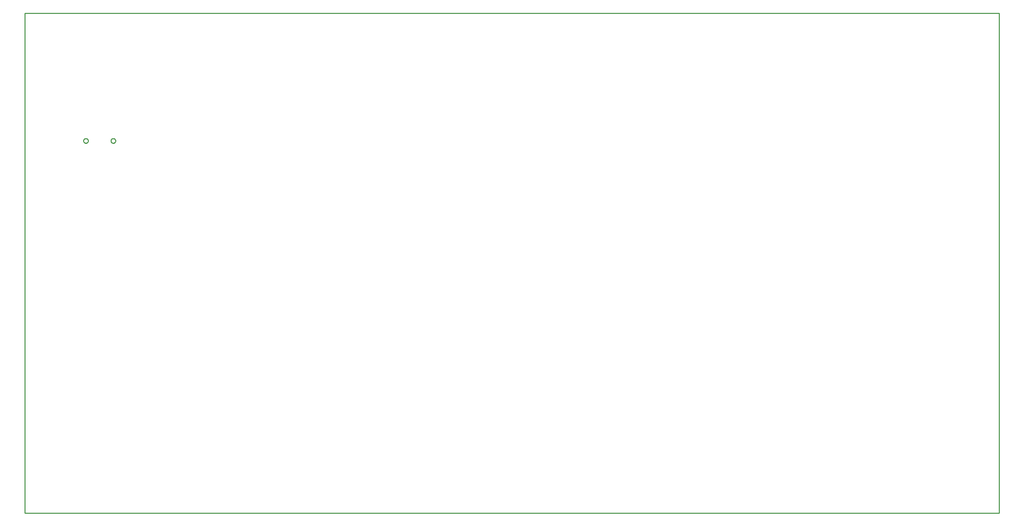
<source format=gbr>
G04 EAGLE Gerber RS-274X export*
G75*
%MOMM*%
%FSLAX34Y34*%
%LPD*%
%IN*%
%IPPOS*%
%AMOC8*
5,1,8,0,0,1.08239X$1,22.5*%
G01*
%ADD10C,0.254000*%


D10*
X-546100Y-127000D02*
X1942900Y-127000D01*
X1942900Y1152400D01*
X-546100Y1152400D01*
X-546100Y-127000D01*
X-384400Y825163D02*
X-384475Y824493D01*
X-384625Y823836D01*
X-384848Y823200D01*
X-385140Y822593D01*
X-385499Y822023D01*
X-385919Y821496D01*
X-386396Y821019D01*
X-386923Y820599D01*
X-387493Y820240D01*
X-388100Y819948D01*
X-388736Y819725D01*
X-389393Y819575D01*
X-390063Y819500D01*
X-390737Y819500D01*
X-391407Y819575D01*
X-392064Y819725D01*
X-392700Y819948D01*
X-393307Y820240D01*
X-393878Y820599D01*
X-394404Y821019D01*
X-394881Y821496D01*
X-395301Y822023D01*
X-395660Y822593D01*
X-395952Y823200D01*
X-396175Y823836D01*
X-396325Y824493D01*
X-396400Y825163D01*
X-396400Y825837D01*
X-396325Y826507D01*
X-396175Y827164D01*
X-395952Y827800D01*
X-395660Y828407D01*
X-395301Y828978D01*
X-394881Y829504D01*
X-394404Y829981D01*
X-393878Y830401D01*
X-393307Y830760D01*
X-392700Y831052D01*
X-392064Y831275D01*
X-391407Y831425D01*
X-390737Y831500D01*
X-390063Y831500D01*
X-389393Y831425D01*
X-388736Y831275D01*
X-388100Y831052D01*
X-387493Y830760D01*
X-386923Y830401D01*
X-386396Y829981D01*
X-385919Y829504D01*
X-385499Y828978D01*
X-385140Y828407D01*
X-384848Y827800D01*
X-384625Y827164D01*
X-384475Y826507D01*
X-384400Y825837D01*
X-384400Y825163D01*
X-314400Y825163D02*
X-314475Y824493D01*
X-314625Y823836D01*
X-314848Y823200D01*
X-315140Y822593D01*
X-315499Y822023D01*
X-315919Y821496D01*
X-316396Y821019D01*
X-316923Y820599D01*
X-317493Y820240D01*
X-318100Y819948D01*
X-318736Y819725D01*
X-319393Y819575D01*
X-320063Y819500D01*
X-320737Y819500D01*
X-321407Y819575D01*
X-322064Y819725D01*
X-322700Y819948D01*
X-323307Y820240D01*
X-323878Y820599D01*
X-324404Y821019D01*
X-324881Y821496D01*
X-325301Y822023D01*
X-325660Y822593D01*
X-325952Y823200D01*
X-326175Y823836D01*
X-326325Y824493D01*
X-326400Y825163D01*
X-326400Y825837D01*
X-326325Y826507D01*
X-326175Y827164D01*
X-325952Y827800D01*
X-325660Y828407D01*
X-325301Y828978D01*
X-324881Y829504D01*
X-324404Y829981D01*
X-323878Y830401D01*
X-323307Y830760D01*
X-322700Y831052D01*
X-322064Y831275D01*
X-321407Y831425D01*
X-320737Y831500D01*
X-320063Y831500D01*
X-319393Y831425D01*
X-318736Y831275D01*
X-318100Y831052D01*
X-317493Y830760D01*
X-316923Y830401D01*
X-316396Y829981D01*
X-315919Y829504D01*
X-315499Y828978D01*
X-315140Y828407D01*
X-314848Y827800D01*
X-314625Y827164D01*
X-314475Y826507D01*
X-314400Y825837D01*
X-314400Y825163D01*
M02*

</source>
